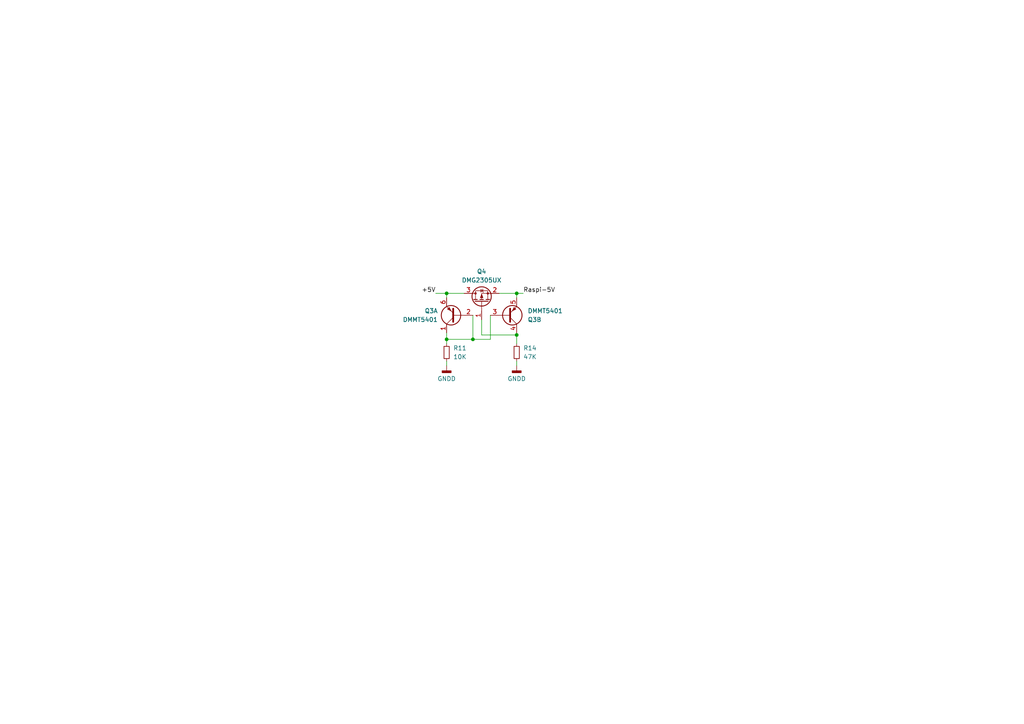
<source format=kicad_sch>
(kicad_sch (version 20230121) (generator eeschema)
  (paper "A4")
  (lib_symbols
    (symbol "Device:Q_Dual_PNP_PNP_C1B1B2C2E2E1" (pin_names (offset 0) hide)
      (property "Reference" "Q" (at 5.08 1.27 0))
      (property "Value" "Q_Dual_PNP_PNP_C1B1B2C2E2E1" (at 5.08 -1.27 0))
      (symbol "Q_Dual_PNP_PNP_C1B1B2C2E2E1_0_1"
        (polyline (pts (xy 0.635 0) (xy -2.54 0)))
        (polyline (pts (xy 0.635 0.635) (xy 2.54 2.54)))
        (polyline (pts (xy 0.635 -0.635) (xy 2.54 -2.54) (xy 2.54 -2.54)))
        (polyline (pts (xy 0.635 1.905) (xy 0.635 -1.905) (xy 0.635 -1.905)) (stroke (width 0.508)))
        (polyline (pts (xy 2.286 -1.778) (xy 1.778 -2.286) (xy 1.27 -1.27) (xy 2.286 -1.778) (xy 2.286 -1.778)) (fill (type outline)))
        (circle (center 1.27 0) (radius 2.8194) (stroke (width 0.254)))
      )
      (symbol "Q_Dual_PNP_PNP_C1B1B2C2E2E1_1_1"
        (pin passive line (at 2.54 5.08 270) (length 2.54) (name "C1") (number "1"))
        (pin input line (at -5.08 0 0) (length 2.54) (name "B1") (number "2"))
        (pin passive line (at 2.54 -5.08 90) (length 2.54) (name "E1") (number "6"))
      )
      (symbol "Q_Dual_PNP_PNP_C1B1B2C2E2E1_2_1"
        (pin input line (at -5.08 0 0) (length 2.54) (name "B2") (number "3"))
        (pin passive line (at 2.54 5.08 270) (length 2.54) (name "C2") (number "4"))
        (pin passive line (at 2.54 -5.08 90) (length 2.54) (name "E2") (number "5"))
      )
    )
    (symbol "Device:Q_PMOS_GSD" (pin_names (offset 0) hide)
      (property "Reference" "Q" (at 5.08 1.27 0))
      (property "Value" "Q_PMOS_GSD" (at 5.08 -1.27 0))
      (symbol "Q_PMOS_GSD_0_1"
        (polyline (pts (xy 0.254 0) (xy -2.54 0)))
        (polyline (pts (xy 0.254 1.905) (xy 0.254 -1.905)) (stroke (width 0.254)))
        (polyline (pts (xy 0.762 -1.27) (xy 0.762 -2.286)) (stroke (width 0.254)))
        (polyline (pts (xy 0.762 0.508) (xy 0.762 -0.508)) (stroke (width 0.254)))
        (polyline (pts (xy 0.762 2.286) (xy 0.762 1.27)) (stroke (width 0.254)))
        (polyline (pts (xy 2.54 2.54) (xy 2.54 1.778)))
        (polyline (pts (xy 2.54 -2.54) (xy 2.54 0) (xy 0.762 0)))
        (polyline (pts (xy 0.762 1.778) (xy 3.302 1.778) (xy 3.302 -1.778) (xy 0.762 -1.778)))
        (polyline (pts (xy 2.286 0) (xy 1.27 0.381) (xy 1.27 -0.381) (xy 2.286 0)) (fill (type outline)))
        (polyline (pts (xy 2.794 -0.508) (xy 2.921 -0.381) (xy 3.683 -0.381) (xy 3.81 -0.254)))
        (polyline (pts (xy 3.302 -0.381) (xy 2.921 0.254) (xy 3.683 0.254) (xy 3.302 -0.381)))
        (circle (center 1.651 0) (radius 2.794) (stroke (width 0.254)))
        (circle (center 2.54 -1.778) (radius 0.254) (fill (type outline)))
        (circle (center 2.54 1.778) (radius 0.254) (fill (type outline)))
      )
      (symbol "Q_PMOS_GSD_1_1"
        (pin input line (at -5.08 0 0) (length 2.54) (name "G") (number "1"))
        (pin passive line (at 2.54 -5.08 90) (length 2.54) (name "S") (number "2"))
        (pin passive line (at 2.54 5.08 270) (length 2.54) (name "D") (number "3"))
      )
    )
    (symbol "Device:R_Small" (pin_numbers hide) (pin_names (offset 0.254) hide)
      (property "Reference" "R" (at 0.762 0.508 0))
      (property "Value" "R_Small" (at 0.762 -1.016 0))
      (symbol "R_Small_0_1"
        (rectangle (start -0.762 1.778) (end 0.762 -1.778) (stroke (width 0.2032)))
      )
      (symbol "R_Small_1_1"
        (pin passive line (at 0 2.54 270) (length 0.762) (name "~") (number "1"))
        (pin passive line (at 0 -2.54 90) (length 0.762) (name "~") (number "2"))
      )
    )
    (symbol "power:GNDD" (power) (pin_names (offset 0))
      (property "Value" "GNDD" (at 0 -3.175 0))
      (symbol "GNDD_0_1"
        (rectangle (start -1.27 -1.524) (end 1.27 -2.032) (stroke (width 0.254)) (fill (type outline)))
        (polyline (pts (xy 0 0) (xy 0 -1.524)))
      )
      (symbol "GNDD_1_1"
        (pin power_in line (at 0 0 270) (length 0) hide (name "GNDD") (number "1"))
      )
    )
  )
  (junction (at 129.54 98.425))
  (junction (at 129.54 85.09))
  (junction (at 149.86 97.155))
  (junction (at 137.16 98.425))
  (junction (at 149.86 85.09))
  (wire (pts (xy 139.7 92.71) (xy 139.7 97.155)))
  (wire (pts (xy 129.54 98.425) (xy 129.54 99.695)))
  (wire (pts (xy 144.78 85.09) (xy 149.86 85.09)))
  (wire (pts (xy 129.54 96.52) (xy 129.54 98.425)))
  (wire (pts (xy 149.86 85.09) (xy 149.86 86.36)))
  (wire (pts (xy 137.16 91.44) (xy 137.16 98.425)))
  (wire (pts (xy 142.24 91.44) (xy 142.24 98.425)))
  (wire (pts (xy 149.86 85.09) (xy 151.765 85.09)))
  (wire (pts (xy 129.54 85.09) (xy 129.54 86.36)))
  (wire (pts (xy 149.86 97.155) (xy 149.86 96.52)))
  (wire (pts (xy 134.62 85.09) (xy 129.54 85.09)))
  (wire (pts (xy 137.16 98.425) (xy 142.24 98.425)))
  (wire (pts (xy 126.365 85.09) (xy 129.54 85.09)))
  (wire (pts (xy 139.7 97.155) (xy 149.86 97.155)))
  (wire (pts (xy 129.54 98.425) (xy 137.16 98.425)))
  (wire (pts (xy 149.86 104.775) (xy 149.86 106.045)))
  (wire (pts (xy 149.86 97.155) (xy 149.86 99.695)))
  (wire (pts (xy 129.54 104.775) (xy 129.54 106.045)))
  (label "+5V" (at 126.365 85.09 180))
  (label "Raspi-5V" (at 151.765 85.09 0))
  (symbol (lib_id "Device:R_Small") (at 129.54 102.235 0) (unit 1)
    (property "Reference" "R11" (at 131.445 100.965 0) (effects (justify left)))
    (property "Value" "10K" (at 131.445 103.505 0) (effects (justify left)))
    (property "Footprint" "Resistor_SMD:R_0805_2012Metric" (effects hide))
    (property "LCSC" "C17414" (effects hide))
    (instances (project "scan-controller-kicad" (path "" (reference "R11") (unit 1)) (path "" (reference "R33") (unit 1))))
  )
  (symbol (lib_id "Device:Q_Dual_PNP_PNP_C1B1B2C2E2E1") (at 132.08 91.44 180) (unit 1)
    (property "Reference" "Q3" (at 127 90.17 0) (effects (justify left)))
    (property "Value" "DMMT5401" (at 127 92.71 0) (effects (justify left)))
    (property "Footprint" "Package_TO_SOT_SMD:SOT-23-6" (effects hide))
    (property "Datasheet" "https://www.diodes.com/assets/Datasheets/ds30437.pdf" (effects hide))
    (property "LCSC" " C154733" (effects hide))
    (instances (project "scan-controller-kicad" (path "" (reference "Q3") (unit 1)) (path "" (reference "Q8") (unit 1))))
  )
  (symbol (lib_id "power:GNDD") (at 149.86 106.045 0) (unit 1)
    (property "Reference" "#PWR020" (effects hide))
    (property "Value" "GNDD" (at 149.86 109.855 0))
    (instances (project "scan-controller-kicad" (path "" (reference "#PWR020") (unit 1)) (path "" (reference "#PWR011") (unit 1))))
  )
  (symbol (lib_id "Device:Q_Dual_PNP_PNP_C1B1B2C2E2E1") (at 147.32 91.44 0) (mirror x) (unit 2)
    (property "Reference" "Q3" (at 153.035 92.71 0) (effects (justify left)))
    (property "Value" "DMMT5401" (at 153.035 90.17 0) (effects (justify left)))
    (property "Footprint" "Package_TO_SOT_SMD:SOT-23-6" (effects hide))
    (property "Datasheet" "https://www.diodes.com/assets/Datasheets/ds30437.pdf" (effects hide))
    (property "LCSC" " C154733" (effects hide))
    (instances (project "scan-controller-kicad" (path "" (reference "Q3") (unit 2)) (path "" (reference "Q8") (unit 2))))
  )
  (symbol (lib_id "Device:Q_PMOS_GSD") (at 139.7 87.63 90) (unit 1)
    (property "Reference" "Q4" (at 139.7 78.74 90))
    (property "Value" "DMG2305UX" (at 139.7 81.28 90))
    (property "Footprint" "Package_TO_SOT_SMD:SOT-23" (effects hide))
    (property "Datasheet" "https://datasheet.lcsc.com/lcsc/2201241630_TECH-PUBLIC-DMG2305UX_C2940629.pdf" (effects hide))
    (property "LCSC" " C2940629" (effects hide))
    (instances (project "scan-controller-kicad" (path "" (reference "Q4") (unit 1)) (path "" (reference "Q9") (unit 1))))
  )
  (symbol (lib_id "power:GNDD") (at 129.54 106.045 0) (unit 1)
    (property "Reference" "#PWR017" (effects hide))
    (property "Value" "GNDD" (at 129.54 109.855 0))
    (instances (project "scan-controller-kicad" (path "" (reference "#PWR017") (unit 1)) (path "" (reference "#PWR010") (unit 1))))
  )
  (symbol (lib_id "Device:R_Small") (at 149.86 102.235 0) (unit 1)
    (property "Reference" "R14" (at 151.765 100.965 0) (effects (justify left)))
    (property "Value" "47K" (at 151.765 103.505 0) (effects (justify left)))
    (property "Footprint" "Resistor_SMD:R_0805_2012Metric" (effects hide))
    (property "LCSC" "C17713" (effects hide))
    (instances (project "scan-controller-kicad" (path "" (reference "R14") (unit 1)) (path "" (reference "R34") (unit 1))))
  )
)
</source>
